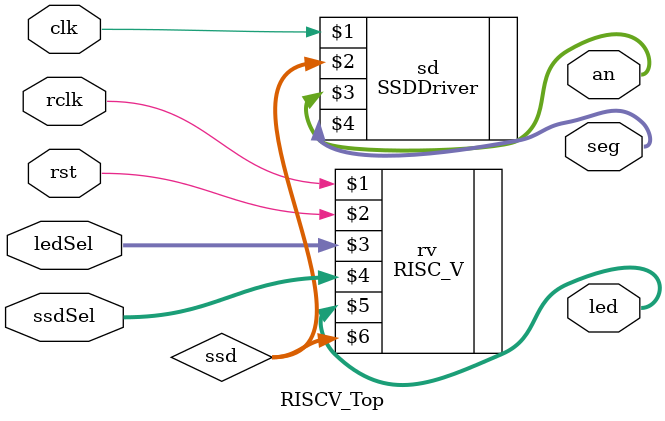
<source format=v>

`timescale 1ns/1ns

module RISCV_Top (
    input clk, 
    input rclk, 
    input rst, 
    input [1:0] ledSel, 
    input [3:0] ssdSel,
    output [15:0] led, 
    output [3:0] an, 
    output [6:0] seg
);

    wire [12:0] ssd;

    RISC_V rv(rclk,rst,ledSel,ssdSel,led,ssd);
    SSDDriver sd(clk,ssd,an,seg);
endmodule


</source>
